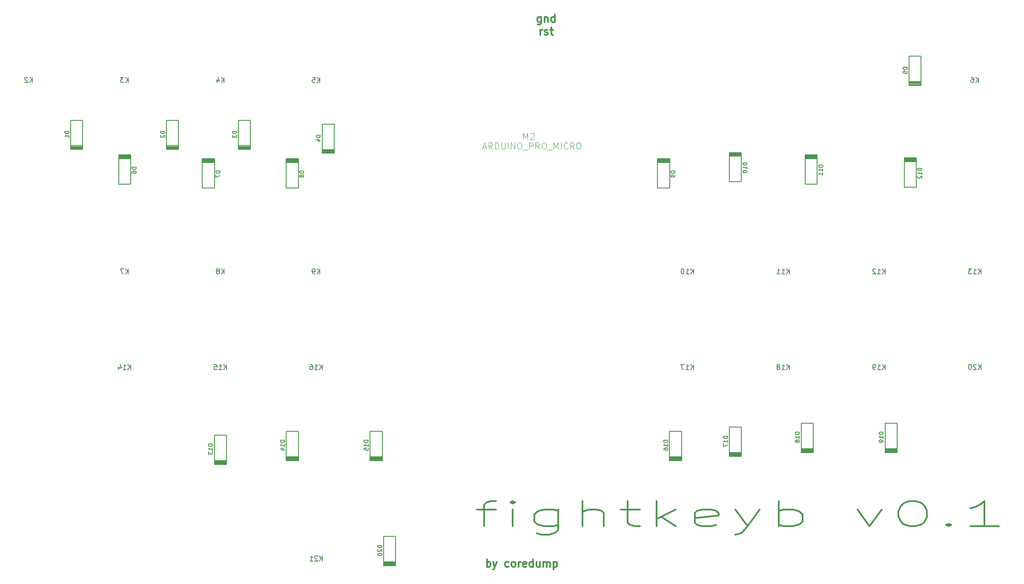
<source format=gbo>
G04 #@! TF.GenerationSoftware,KiCad,Pcbnew,5.0.1*
G04 #@! TF.CreationDate,2018-11-29T02:11:47-05:00*
G04 #@! TF.ProjectId,fightkeyb-pcb,66696768746B6579622D7063622E6B69,rev?*
G04 #@! TF.SameCoordinates,Original*
G04 #@! TF.FileFunction,Legend,Bot*
G04 #@! TF.FilePolarity,Positive*
%FSLAX46Y46*%
G04 Gerber Fmt 4.6, Leading zero omitted, Abs format (unit mm)*
G04 Created by KiCad (PCBNEW 5.0.1) date Thu 29 Nov 2018 02:11:47 AM EST*
%MOMM*%
%LPD*%
G01*
G04 APERTURE LIST*
%ADD10C,0.300000*%
%ADD11C,0.200000*%
%ADD12C,0.101600*%
%ADD13C,0.150000*%
G04 APERTURE END LIST*
D10*
X158877142Y-28618571D02*
X158877142Y-27618571D01*
X158877142Y-27904285D02*
X158948571Y-27761428D01*
X159020000Y-27690000D01*
X159162857Y-27618571D01*
X159305714Y-27618571D01*
X159734285Y-28547142D02*
X159877142Y-28618571D01*
X160162857Y-28618571D01*
X160305714Y-28547142D01*
X160377142Y-28404285D01*
X160377142Y-28332857D01*
X160305714Y-28190000D01*
X160162857Y-28118571D01*
X159948571Y-28118571D01*
X159805714Y-28047142D01*
X159734285Y-27904285D01*
X159734285Y-27832857D01*
X159805714Y-27690000D01*
X159948571Y-27618571D01*
X160162857Y-27618571D01*
X160305714Y-27690000D01*
X160805714Y-27618571D02*
X161377142Y-27618571D01*
X161020000Y-27118571D02*
X161020000Y-28404285D01*
X161091428Y-28547142D01*
X161234285Y-28618571D01*
X161377142Y-28618571D01*
X158984285Y-25078571D02*
X158984285Y-26292857D01*
X158912857Y-26435714D01*
X158841428Y-26507142D01*
X158698571Y-26578571D01*
X158484285Y-26578571D01*
X158341428Y-26507142D01*
X158984285Y-26007142D02*
X158841428Y-26078571D01*
X158555714Y-26078571D01*
X158412857Y-26007142D01*
X158341428Y-25935714D01*
X158270000Y-25792857D01*
X158270000Y-25364285D01*
X158341428Y-25221428D01*
X158412857Y-25150000D01*
X158555714Y-25078571D01*
X158841428Y-25078571D01*
X158984285Y-25150000D01*
X159698571Y-25078571D02*
X159698571Y-26078571D01*
X159698571Y-25221428D02*
X159770000Y-25150000D01*
X159912857Y-25078571D01*
X160127142Y-25078571D01*
X160270000Y-25150000D01*
X160341428Y-25292857D01*
X160341428Y-26078571D01*
X161698571Y-26078571D02*
X161698571Y-24578571D01*
X161698571Y-26007142D02*
X161555714Y-26078571D01*
X161270000Y-26078571D01*
X161127142Y-26007142D01*
X161055714Y-25935714D01*
X160984285Y-25792857D01*
X160984285Y-25364285D01*
X161055714Y-25221428D01*
X161127142Y-25150000D01*
X161270000Y-25078571D01*
X161555714Y-25078571D01*
X161698571Y-25150000D01*
X148265428Y-134536571D02*
X148265428Y-133036571D01*
X148265428Y-133608000D02*
X148408285Y-133536571D01*
X148694000Y-133536571D01*
X148836857Y-133608000D01*
X148908285Y-133679428D01*
X148979714Y-133822285D01*
X148979714Y-134250857D01*
X148908285Y-134393714D01*
X148836857Y-134465142D01*
X148694000Y-134536571D01*
X148408285Y-134536571D01*
X148265428Y-134465142D01*
X149479714Y-133536571D02*
X149836857Y-134536571D01*
X150194000Y-133536571D02*
X149836857Y-134536571D01*
X149694000Y-134893714D01*
X149622571Y-134965142D01*
X149479714Y-135036571D01*
X152551142Y-134465142D02*
X152408285Y-134536571D01*
X152122571Y-134536571D01*
X151979714Y-134465142D01*
X151908285Y-134393714D01*
X151836857Y-134250857D01*
X151836857Y-133822285D01*
X151908285Y-133679428D01*
X151979714Y-133608000D01*
X152122571Y-133536571D01*
X152408285Y-133536571D01*
X152551142Y-133608000D01*
X153408285Y-134536571D02*
X153265428Y-134465142D01*
X153194000Y-134393714D01*
X153122571Y-134250857D01*
X153122571Y-133822285D01*
X153194000Y-133679428D01*
X153265428Y-133608000D01*
X153408285Y-133536571D01*
X153622571Y-133536571D01*
X153765428Y-133608000D01*
X153836857Y-133679428D01*
X153908285Y-133822285D01*
X153908285Y-134250857D01*
X153836857Y-134393714D01*
X153765428Y-134465142D01*
X153622571Y-134536571D01*
X153408285Y-134536571D01*
X154551142Y-134536571D02*
X154551142Y-133536571D01*
X154551142Y-133822285D02*
X154622571Y-133679428D01*
X154694000Y-133608000D01*
X154836857Y-133536571D01*
X154979714Y-133536571D01*
X156051142Y-134465142D02*
X155908285Y-134536571D01*
X155622571Y-134536571D01*
X155479714Y-134465142D01*
X155408285Y-134322285D01*
X155408285Y-133750857D01*
X155479714Y-133608000D01*
X155622571Y-133536571D01*
X155908285Y-133536571D01*
X156051142Y-133608000D01*
X156122571Y-133750857D01*
X156122571Y-133893714D01*
X155408285Y-134036571D01*
X157408285Y-134536571D02*
X157408285Y-133036571D01*
X157408285Y-134465142D02*
X157265428Y-134536571D01*
X156979714Y-134536571D01*
X156836857Y-134465142D01*
X156765428Y-134393714D01*
X156694000Y-134250857D01*
X156694000Y-133822285D01*
X156765428Y-133679428D01*
X156836857Y-133608000D01*
X156979714Y-133536571D01*
X157265428Y-133536571D01*
X157408285Y-133608000D01*
X158765428Y-133536571D02*
X158765428Y-134536571D01*
X158122571Y-133536571D02*
X158122571Y-134322285D01*
X158194000Y-134465142D01*
X158336857Y-134536571D01*
X158551142Y-134536571D01*
X158694000Y-134465142D01*
X158765428Y-134393714D01*
X159479714Y-134536571D02*
X159479714Y-133536571D01*
X159479714Y-133679428D02*
X159551142Y-133608000D01*
X159694000Y-133536571D01*
X159908285Y-133536571D01*
X160051142Y-133608000D01*
X160122571Y-133750857D01*
X160122571Y-134536571D01*
X160122571Y-133750857D02*
X160194000Y-133608000D01*
X160336857Y-133536571D01*
X160551142Y-133536571D01*
X160694000Y-133608000D01*
X160765428Y-133750857D01*
X160765428Y-134536571D01*
X161479714Y-133536571D02*
X161479714Y-135036571D01*
X161479714Y-133608000D02*
X161622571Y-133536571D01*
X161908285Y-133536571D01*
X162051142Y-133608000D01*
X162122571Y-133679428D01*
X162194000Y-133822285D01*
X162194000Y-134250857D01*
X162122571Y-134393714D01*
X162051142Y-134465142D01*
X161908285Y-134536571D01*
X161622571Y-134536571D01*
X161479714Y-134465142D01*
X146247047Y-123134571D02*
X150056571Y-123134571D01*
X147675619Y-126467904D02*
X147675619Y-122182190D01*
X148151809Y-121706000D01*
X149104190Y-121467904D01*
X150056571Y-121467904D01*
X153389904Y-126467904D02*
X153389904Y-123134571D01*
X153389904Y-121467904D02*
X152913714Y-121706000D01*
X153389904Y-121944095D01*
X153866095Y-121706000D01*
X153389904Y-121467904D01*
X153389904Y-121944095D01*
X162437523Y-123134571D02*
X162437523Y-127182190D01*
X161961333Y-127658380D01*
X161485142Y-127896476D01*
X160532761Y-128134571D01*
X159104190Y-128134571D01*
X158151809Y-127896476D01*
X162437523Y-126229809D02*
X161485142Y-126467904D01*
X159580380Y-126467904D01*
X158628000Y-126229809D01*
X158151809Y-125991714D01*
X157675619Y-125515523D01*
X157675619Y-124086952D01*
X158151809Y-123610761D01*
X158628000Y-123372666D01*
X159580380Y-123134571D01*
X161485142Y-123134571D01*
X162437523Y-123372666D01*
X167199428Y-126467904D02*
X167199428Y-121467904D01*
X171485142Y-126467904D02*
X171485142Y-123848857D01*
X171008952Y-123372666D01*
X170056571Y-123134571D01*
X168628000Y-123134571D01*
X167675619Y-123372666D01*
X167199428Y-123610761D01*
X174818476Y-123134571D02*
X178628000Y-123134571D01*
X176247047Y-121467904D02*
X176247047Y-125753619D01*
X176723238Y-126229809D01*
X177675619Y-126467904D01*
X178628000Y-126467904D01*
X181961333Y-126467904D02*
X181961333Y-121467904D01*
X182913714Y-124563142D02*
X185770857Y-126467904D01*
X185770857Y-123134571D02*
X181961333Y-125039333D01*
X193866095Y-126229809D02*
X192913714Y-126467904D01*
X191008952Y-126467904D01*
X190056571Y-126229809D01*
X189580380Y-125753619D01*
X189580380Y-123848857D01*
X190056571Y-123372666D01*
X191008952Y-123134571D01*
X192913714Y-123134571D01*
X193866095Y-123372666D01*
X194342285Y-123848857D01*
X194342285Y-124325047D01*
X189580380Y-124801238D01*
X197675619Y-123134571D02*
X200056571Y-126467904D01*
X202437523Y-123134571D02*
X200056571Y-126467904D01*
X199104190Y-127658380D01*
X198628000Y-127896476D01*
X197675619Y-128134571D01*
X206247047Y-126467904D02*
X206247047Y-121467904D01*
X206247047Y-123372666D02*
X207199428Y-123134571D01*
X209104190Y-123134571D01*
X210056571Y-123372666D01*
X210532761Y-123610761D01*
X211008952Y-124086952D01*
X211008952Y-125515523D01*
X210532761Y-125991714D01*
X210056571Y-126229809D01*
X209104190Y-126467904D01*
X207199428Y-126467904D01*
X206247047Y-126229809D01*
X221961333Y-123134571D02*
X224342285Y-126467904D01*
X226723238Y-123134571D01*
X232437523Y-121467904D02*
X233389904Y-121467904D01*
X234342285Y-121706000D01*
X234818476Y-121944095D01*
X235294666Y-122420285D01*
X235770857Y-123372666D01*
X235770857Y-124563142D01*
X235294666Y-125515523D01*
X234818476Y-125991714D01*
X234342285Y-126229809D01*
X233389904Y-126467904D01*
X232437523Y-126467904D01*
X231485142Y-126229809D01*
X231008952Y-125991714D01*
X230532761Y-125515523D01*
X230056571Y-124563142D01*
X230056571Y-123372666D01*
X230532761Y-122420285D01*
X231008952Y-121944095D01*
X231485142Y-121706000D01*
X232437523Y-121467904D01*
X240056571Y-125991714D02*
X240532761Y-126229809D01*
X240056571Y-126467904D01*
X239580380Y-126229809D01*
X240056571Y-125991714D01*
X240056571Y-126467904D01*
X250056571Y-126467904D02*
X244342285Y-126467904D01*
X247199428Y-126467904D02*
X247199428Y-121467904D01*
X246247047Y-122182190D01*
X245294666Y-122658380D01*
X244342285Y-122896476D01*
D11*
G04 #@! TO.C,D1*
X65475000Y-45631250D02*
X65475000Y-51431250D01*
X67875000Y-45631250D02*
X65475000Y-45631250D01*
X67875000Y-51431250D02*
X67875000Y-45631250D01*
X67875000Y-51356250D02*
X65475000Y-51356250D01*
X67875000Y-51231250D02*
X65475000Y-51231250D01*
X65475000Y-51456250D02*
X67875000Y-51456250D01*
X67875000Y-51056250D02*
X65475000Y-51056250D01*
X67875000Y-50881250D02*
X65475000Y-50881250D01*
X67875000Y-50706250D02*
X65475000Y-50706250D01*
G04 #@! TO.C,D2*
X86925000Y-50706250D02*
X84525000Y-50706250D01*
X86925000Y-50881250D02*
X84525000Y-50881250D01*
X86925000Y-51056250D02*
X84525000Y-51056250D01*
X84525000Y-51456250D02*
X86925000Y-51456250D01*
X86925000Y-51231250D02*
X84525000Y-51231250D01*
X86925000Y-51356250D02*
X84525000Y-51356250D01*
X86925000Y-51431250D02*
X86925000Y-45631250D01*
X86925000Y-45631250D02*
X84525000Y-45631250D01*
X84525000Y-45631250D02*
X84525000Y-51431250D01*
G04 #@! TO.C,D3*
X98812500Y-45631250D02*
X98812500Y-51431250D01*
X101212500Y-45631250D02*
X98812500Y-45631250D01*
X101212500Y-51431250D02*
X101212500Y-45631250D01*
X101212500Y-51356250D02*
X98812500Y-51356250D01*
X101212500Y-51231250D02*
X98812500Y-51231250D01*
X98812500Y-51456250D02*
X101212500Y-51456250D01*
X101212500Y-51056250D02*
X98812500Y-51056250D01*
X101212500Y-50881250D02*
X98812500Y-50881250D01*
X101212500Y-50706250D02*
X98812500Y-50706250D01*
G04 #@! TO.C,D4*
X117881250Y-51475000D02*
X115481250Y-51475000D01*
X117881250Y-51650000D02*
X115481250Y-51650000D01*
X117881250Y-51825000D02*
X115481250Y-51825000D01*
X115481250Y-52225000D02*
X117881250Y-52225000D01*
X117881250Y-52000000D02*
X115481250Y-52000000D01*
X117881250Y-52125000D02*
X115481250Y-52125000D01*
X117881250Y-52200000D02*
X117881250Y-46400000D01*
X117881250Y-46400000D02*
X115481250Y-46400000D01*
X115481250Y-46400000D02*
X115481250Y-52200000D01*
G04 #@! TO.C,D5*
X232162500Y-32918750D02*
X232162500Y-38718750D01*
X234562500Y-32918750D02*
X232162500Y-32918750D01*
X234562500Y-38718750D02*
X234562500Y-32918750D01*
X234562500Y-38643750D02*
X232162500Y-38643750D01*
X234562500Y-38518750D02*
X232162500Y-38518750D01*
X232162500Y-38743750D02*
X234562500Y-38743750D01*
X234562500Y-38343750D02*
X232162500Y-38343750D01*
X234562500Y-38168750D02*
X232162500Y-38168750D01*
X234562500Y-37993750D02*
X232162500Y-37993750D01*
G04 #@! TO.C,D6*
X77400000Y-58375000D02*
X77400000Y-52575000D01*
X75000000Y-58375000D02*
X77400000Y-58375000D01*
X75000000Y-52575000D02*
X75000000Y-58375000D01*
X75000000Y-52650000D02*
X77400000Y-52650000D01*
X75000000Y-52775000D02*
X77400000Y-52775000D01*
X77400000Y-52550000D02*
X75000000Y-52550000D01*
X75000000Y-52950000D02*
X77400000Y-52950000D01*
X75000000Y-53125000D02*
X77400000Y-53125000D01*
X75000000Y-53300000D02*
X77400000Y-53300000D01*
G04 #@! TO.C,D7*
X91668750Y-54068750D02*
X94068750Y-54068750D01*
X91668750Y-53893750D02*
X94068750Y-53893750D01*
X91668750Y-53718750D02*
X94068750Y-53718750D01*
X94068750Y-53318750D02*
X91668750Y-53318750D01*
X91668750Y-53543750D02*
X94068750Y-53543750D01*
X91668750Y-53418750D02*
X94068750Y-53418750D01*
X91668750Y-53343750D02*
X91668750Y-59143750D01*
X91668750Y-59143750D02*
X94068750Y-59143750D01*
X94068750Y-59143750D02*
X94068750Y-53343750D01*
G04 #@! TO.C,D8*
X110737500Y-59143750D02*
X110737500Y-53343750D01*
X108337500Y-59143750D02*
X110737500Y-59143750D01*
X108337500Y-53343750D02*
X108337500Y-59143750D01*
X108337500Y-53418750D02*
X110737500Y-53418750D01*
X108337500Y-53543750D02*
X110737500Y-53543750D01*
X110737500Y-53318750D02*
X108337500Y-53318750D01*
X108337500Y-53718750D02*
X110737500Y-53718750D01*
X108337500Y-53893750D02*
X110737500Y-53893750D01*
X108337500Y-54068750D02*
X110737500Y-54068750D01*
G04 #@! TO.C,D9*
X182156250Y-54068750D02*
X184556250Y-54068750D01*
X182156250Y-53893750D02*
X184556250Y-53893750D01*
X182156250Y-53718750D02*
X184556250Y-53718750D01*
X184556250Y-53318750D02*
X182156250Y-53318750D01*
X182156250Y-53543750D02*
X184556250Y-53543750D01*
X182156250Y-53418750D02*
X184556250Y-53418750D01*
X182156250Y-53343750D02*
X182156250Y-59143750D01*
X182156250Y-59143750D02*
X184556250Y-59143750D01*
X184556250Y-59143750D02*
X184556250Y-53343750D01*
G04 #@! TO.C,D10*
X198843750Y-57887500D02*
X198843750Y-52087500D01*
X196443750Y-57887500D02*
X198843750Y-57887500D01*
X196443750Y-52087500D02*
X196443750Y-57887500D01*
X196443750Y-52162500D02*
X198843750Y-52162500D01*
X196443750Y-52287500D02*
X198843750Y-52287500D01*
X198843750Y-52062500D02*
X196443750Y-52062500D01*
X196443750Y-52462500D02*
X198843750Y-52462500D01*
X196443750Y-52637500D02*
X198843750Y-52637500D01*
X196443750Y-52812500D02*
X198843750Y-52812500D01*
G04 #@! TO.C,D11*
X211525000Y-53275000D02*
X213925000Y-53275000D01*
X211525000Y-53100000D02*
X213925000Y-53100000D01*
X211525000Y-52925000D02*
X213925000Y-52925000D01*
X213925000Y-52525000D02*
X211525000Y-52525000D01*
X211525000Y-52750000D02*
X213925000Y-52750000D01*
X211525000Y-52625000D02*
X213925000Y-52625000D01*
X211525000Y-52550000D02*
X211525000Y-58350000D01*
X211525000Y-58350000D02*
X213925000Y-58350000D01*
X213925000Y-58350000D02*
X213925000Y-52550000D01*
G04 #@! TO.C,D12*
X231210000Y-53910000D02*
X233610000Y-53910000D01*
X231210000Y-53735000D02*
X233610000Y-53735000D01*
X231210000Y-53560000D02*
X233610000Y-53560000D01*
X233610000Y-53160000D02*
X231210000Y-53160000D01*
X231210000Y-53385000D02*
X233610000Y-53385000D01*
X231210000Y-53260000D02*
X233610000Y-53260000D01*
X231210000Y-53185000D02*
X231210000Y-58985000D01*
X231210000Y-58985000D02*
X233610000Y-58985000D01*
X233610000Y-58985000D02*
X233610000Y-53185000D01*
G04 #@! TO.C,D13*
X96450000Y-113387500D02*
X94050000Y-113387500D01*
X96450000Y-113562500D02*
X94050000Y-113562500D01*
X96450000Y-113737500D02*
X94050000Y-113737500D01*
X94050000Y-114137500D02*
X96450000Y-114137500D01*
X96450000Y-113912500D02*
X94050000Y-113912500D01*
X96450000Y-114037500D02*
X94050000Y-114037500D01*
X96450000Y-114112500D02*
X96450000Y-108312500D01*
X96450000Y-108312500D02*
X94050000Y-108312500D01*
X94050000Y-108312500D02*
X94050000Y-114112500D01*
G04 #@! TO.C,D14*
X108337500Y-107543750D02*
X108337500Y-113343750D01*
X110737500Y-107543750D02*
X108337500Y-107543750D01*
X110737500Y-113343750D02*
X110737500Y-107543750D01*
X110737500Y-113268750D02*
X108337500Y-113268750D01*
X110737500Y-113143750D02*
X108337500Y-113143750D01*
X108337500Y-113368750D02*
X110737500Y-113368750D01*
X110737500Y-112968750D02*
X108337500Y-112968750D01*
X110737500Y-112793750D02*
X108337500Y-112793750D01*
X110737500Y-112618750D02*
X108337500Y-112618750D01*
G04 #@! TO.C,D15*
X127406250Y-112618750D02*
X125006250Y-112618750D01*
X127406250Y-112793750D02*
X125006250Y-112793750D01*
X127406250Y-112968750D02*
X125006250Y-112968750D01*
X125006250Y-113368750D02*
X127406250Y-113368750D01*
X127406250Y-113143750D02*
X125006250Y-113143750D01*
X127406250Y-113268750D02*
X125006250Y-113268750D01*
X127406250Y-113343750D02*
X127406250Y-107543750D01*
X127406250Y-107543750D02*
X125006250Y-107543750D01*
X125006250Y-107543750D02*
X125006250Y-113343750D01*
G04 #@! TO.C,D16*
X184537500Y-107543750D02*
X184537500Y-113343750D01*
X186937500Y-107543750D02*
X184537500Y-107543750D01*
X186937500Y-113343750D02*
X186937500Y-107543750D01*
X186937500Y-113268750D02*
X184537500Y-113268750D01*
X186937500Y-113143750D02*
X184537500Y-113143750D01*
X184537500Y-113368750D02*
X186937500Y-113368750D01*
X186937500Y-112968750D02*
X184537500Y-112968750D01*
X186937500Y-112793750D02*
X184537500Y-112793750D01*
X186937500Y-112618750D02*
X184537500Y-112618750D01*
G04 #@! TO.C,D17*
X198843750Y-111812500D02*
X196443750Y-111812500D01*
X198843750Y-111987500D02*
X196443750Y-111987500D01*
X198843750Y-112162500D02*
X196443750Y-112162500D01*
X196443750Y-112562500D02*
X198843750Y-112562500D01*
X198843750Y-112337500D02*
X196443750Y-112337500D01*
X198843750Y-112462500D02*
X196443750Y-112462500D01*
X198843750Y-112537500D02*
X198843750Y-106737500D01*
X198843750Y-106737500D02*
X196443750Y-106737500D01*
X196443750Y-106737500D02*
X196443750Y-112537500D01*
G04 #@! TO.C,D18*
X210731250Y-105931250D02*
X210731250Y-111731250D01*
X213131250Y-105931250D02*
X210731250Y-105931250D01*
X213131250Y-111731250D02*
X213131250Y-105931250D01*
X213131250Y-111656250D02*
X210731250Y-111656250D01*
X213131250Y-111531250D02*
X210731250Y-111531250D01*
X210731250Y-111756250D02*
X213131250Y-111756250D01*
X213131250Y-111356250D02*
X210731250Y-111356250D01*
X213131250Y-111181250D02*
X210731250Y-111181250D01*
X213131250Y-111006250D02*
X210731250Y-111006250D01*
G04 #@! TO.C,D19*
X229800000Y-111006250D02*
X227400000Y-111006250D01*
X229800000Y-111181250D02*
X227400000Y-111181250D01*
X229800000Y-111356250D02*
X227400000Y-111356250D01*
X227400000Y-111756250D02*
X229800000Y-111756250D01*
X229800000Y-111531250D02*
X227400000Y-111531250D01*
X229800000Y-111656250D02*
X227400000Y-111656250D01*
X229800000Y-111731250D02*
X229800000Y-105931250D01*
X229800000Y-105931250D02*
X227400000Y-105931250D01*
X227400000Y-105931250D02*
X227400000Y-111731250D01*
G04 #@! TO.C,D20*
X127705000Y-128485000D02*
X127705000Y-134285000D01*
X130105000Y-128485000D02*
X127705000Y-128485000D01*
X130105000Y-134285000D02*
X130105000Y-128485000D01*
X130105000Y-134210000D02*
X127705000Y-134210000D01*
X130105000Y-134085000D02*
X127705000Y-134085000D01*
X127705000Y-134310000D02*
X130105000Y-134310000D01*
X130105000Y-133910000D02*
X127705000Y-133910000D01*
X130105000Y-133735000D02*
X127705000Y-133735000D01*
X130105000Y-133560000D02*
X127705000Y-133560000D01*
G04 #@! TO.C,M2*
D12*
X155499404Y-49469523D02*
X155499404Y-48199523D01*
X155922738Y-49106666D01*
X156346071Y-48199523D01*
X156346071Y-49469523D01*
X156890357Y-48320476D02*
X156950833Y-48260000D01*
X157071785Y-48199523D01*
X157374166Y-48199523D01*
X157495119Y-48260000D01*
X157555595Y-48320476D01*
X157616071Y-48441428D01*
X157616071Y-48562380D01*
X157555595Y-48743809D01*
X156829880Y-49469523D01*
X157616071Y-49469523D01*
X147425833Y-51011666D02*
X148030595Y-51011666D01*
X147304880Y-51374523D02*
X147728214Y-50104523D01*
X148151547Y-51374523D01*
X149300595Y-51374523D02*
X148877261Y-50769761D01*
X148574880Y-51374523D02*
X148574880Y-50104523D01*
X149058690Y-50104523D01*
X149179642Y-50165000D01*
X149240119Y-50225476D01*
X149300595Y-50346428D01*
X149300595Y-50527857D01*
X149240119Y-50648809D01*
X149179642Y-50709285D01*
X149058690Y-50769761D01*
X148574880Y-50769761D01*
X149844880Y-51374523D02*
X149844880Y-50104523D01*
X150147261Y-50104523D01*
X150328690Y-50165000D01*
X150449642Y-50285952D01*
X150510119Y-50406904D01*
X150570595Y-50648809D01*
X150570595Y-50830238D01*
X150510119Y-51072142D01*
X150449642Y-51193095D01*
X150328690Y-51314047D01*
X150147261Y-51374523D01*
X149844880Y-51374523D01*
X151114880Y-50104523D02*
X151114880Y-51132619D01*
X151175357Y-51253571D01*
X151235833Y-51314047D01*
X151356785Y-51374523D01*
X151598690Y-51374523D01*
X151719642Y-51314047D01*
X151780119Y-51253571D01*
X151840595Y-51132619D01*
X151840595Y-50104523D01*
X152445357Y-51374523D02*
X152445357Y-50104523D01*
X153050119Y-51374523D02*
X153050119Y-50104523D01*
X153775833Y-51374523D01*
X153775833Y-50104523D01*
X154622500Y-50104523D02*
X154864404Y-50104523D01*
X154985357Y-50165000D01*
X155106309Y-50285952D01*
X155166785Y-50527857D01*
X155166785Y-50951190D01*
X155106309Y-51193095D01*
X154985357Y-51314047D01*
X154864404Y-51374523D01*
X154622500Y-51374523D01*
X154501547Y-51314047D01*
X154380595Y-51193095D01*
X154320119Y-50951190D01*
X154320119Y-50527857D01*
X154380595Y-50285952D01*
X154501547Y-50165000D01*
X154622500Y-50104523D01*
X155408690Y-51495476D02*
X156376309Y-51495476D01*
X156678690Y-51374523D02*
X156678690Y-50104523D01*
X157162500Y-50104523D01*
X157283452Y-50165000D01*
X157343928Y-50225476D01*
X157404404Y-50346428D01*
X157404404Y-50527857D01*
X157343928Y-50648809D01*
X157283452Y-50709285D01*
X157162500Y-50769761D01*
X156678690Y-50769761D01*
X158674404Y-51374523D02*
X158251071Y-50769761D01*
X157948690Y-51374523D02*
X157948690Y-50104523D01*
X158432500Y-50104523D01*
X158553452Y-50165000D01*
X158613928Y-50225476D01*
X158674404Y-50346428D01*
X158674404Y-50527857D01*
X158613928Y-50648809D01*
X158553452Y-50709285D01*
X158432500Y-50769761D01*
X157948690Y-50769761D01*
X159460595Y-50104523D02*
X159702500Y-50104523D01*
X159823452Y-50165000D01*
X159944404Y-50285952D01*
X160004880Y-50527857D01*
X160004880Y-50951190D01*
X159944404Y-51193095D01*
X159823452Y-51314047D01*
X159702500Y-51374523D01*
X159460595Y-51374523D01*
X159339642Y-51314047D01*
X159218690Y-51193095D01*
X159158214Y-50951190D01*
X159158214Y-50527857D01*
X159218690Y-50285952D01*
X159339642Y-50165000D01*
X159460595Y-50104523D01*
X160246785Y-51495476D02*
X161214404Y-51495476D01*
X161516785Y-51374523D02*
X161516785Y-50104523D01*
X161940119Y-51011666D01*
X162363452Y-50104523D01*
X162363452Y-51374523D01*
X162968214Y-51374523D02*
X162968214Y-50104523D01*
X164298690Y-51253571D02*
X164238214Y-51314047D01*
X164056785Y-51374523D01*
X163935833Y-51374523D01*
X163754404Y-51314047D01*
X163633452Y-51193095D01*
X163572976Y-51072142D01*
X163512500Y-50830238D01*
X163512500Y-50648809D01*
X163572976Y-50406904D01*
X163633452Y-50285952D01*
X163754404Y-50165000D01*
X163935833Y-50104523D01*
X164056785Y-50104523D01*
X164238214Y-50165000D01*
X164298690Y-50225476D01*
X165568690Y-51374523D02*
X165145357Y-50769761D01*
X164842976Y-51374523D02*
X164842976Y-50104523D01*
X165326785Y-50104523D01*
X165447738Y-50165000D01*
X165508214Y-50225476D01*
X165568690Y-50346428D01*
X165568690Y-50527857D01*
X165508214Y-50648809D01*
X165447738Y-50709285D01*
X165326785Y-50769761D01*
X164842976Y-50769761D01*
X166354880Y-50104523D02*
X166596785Y-50104523D01*
X166717738Y-50165000D01*
X166838690Y-50285952D01*
X166899166Y-50527857D01*
X166899166Y-50951190D01*
X166838690Y-51193095D01*
X166717738Y-51314047D01*
X166596785Y-51374523D01*
X166354880Y-51374523D01*
X166233928Y-51314047D01*
X166112976Y-51193095D01*
X166052500Y-50951190D01*
X166052500Y-50527857D01*
X166112976Y-50285952D01*
X166233928Y-50165000D01*
X166354880Y-50104523D01*
G04 #@! TO.C,D1*
D13*
X65111904Y-47840773D02*
X64311904Y-47840773D01*
X64311904Y-48031250D01*
X64350000Y-48145535D01*
X64426190Y-48221726D01*
X64502380Y-48259821D01*
X64654761Y-48297916D01*
X64769047Y-48297916D01*
X64921428Y-48259821D01*
X64997619Y-48221726D01*
X65073809Y-48145535D01*
X65111904Y-48031250D01*
X65111904Y-47840773D01*
X65111904Y-49059821D02*
X65111904Y-48602678D01*
X65111904Y-48831250D02*
X64311904Y-48831250D01*
X64426190Y-48755059D01*
X64502380Y-48678869D01*
X64540476Y-48602678D01*
G04 #@! TO.C,D2*
X84161904Y-47840773D02*
X83361904Y-47840773D01*
X83361904Y-48031250D01*
X83400000Y-48145535D01*
X83476190Y-48221726D01*
X83552380Y-48259821D01*
X83704761Y-48297916D01*
X83819047Y-48297916D01*
X83971428Y-48259821D01*
X84047619Y-48221726D01*
X84123809Y-48145535D01*
X84161904Y-48031250D01*
X84161904Y-47840773D01*
X83438095Y-48602678D02*
X83400000Y-48640773D01*
X83361904Y-48716964D01*
X83361904Y-48907440D01*
X83400000Y-48983630D01*
X83438095Y-49021726D01*
X83514285Y-49059821D01*
X83590476Y-49059821D01*
X83704761Y-49021726D01*
X84161904Y-48564583D01*
X84161904Y-49059821D01*
G04 #@! TO.C,D3*
X98449404Y-47840773D02*
X97649404Y-47840773D01*
X97649404Y-48031250D01*
X97687500Y-48145535D01*
X97763690Y-48221726D01*
X97839880Y-48259821D01*
X97992261Y-48297916D01*
X98106547Y-48297916D01*
X98258928Y-48259821D01*
X98335119Y-48221726D01*
X98411309Y-48145535D01*
X98449404Y-48031250D01*
X98449404Y-47840773D01*
X97649404Y-48564583D02*
X97649404Y-49059821D01*
X97954166Y-48793154D01*
X97954166Y-48907440D01*
X97992261Y-48983630D01*
X98030357Y-49021726D01*
X98106547Y-49059821D01*
X98297023Y-49059821D01*
X98373214Y-49021726D01*
X98411309Y-48983630D01*
X98449404Y-48907440D01*
X98449404Y-48678869D01*
X98411309Y-48602678D01*
X98373214Y-48564583D01*
G04 #@! TO.C,D4*
X115118154Y-48609523D02*
X114318154Y-48609523D01*
X114318154Y-48800000D01*
X114356250Y-48914285D01*
X114432440Y-48990476D01*
X114508630Y-49028571D01*
X114661011Y-49066666D01*
X114775297Y-49066666D01*
X114927678Y-49028571D01*
X115003869Y-48990476D01*
X115080059Y-48914285D01*
X115118154Y-48800000D01*
X115118154Y-48609523D01*
X114584821Y-49752380D02*
X115118154Y-49752380D01*
X114280059Y-49561904D02*
X114851488Y-49371428D01*
X114851488Y-49866666D01*
G04 #@! TO.C,D5*
X231799404Y-35128273D02*
X230999404Y-35128273D01*
X230999404Y-35318750D01*
X231037500Y-35433035D01*
X231113690Y-35509226D01*
X231189880Y-35547321D01*
X231342261Y-35585416D01*
X231456547Y-35585416D01*
X231608928Y-35547321D01*
X231685119Y-35509226D01*
X231761309Y-35433035D01*
X231799404Y-35318750D01*
X231799404Y-35128273D01*
X230999404Y-36309226D02*
X230999404Y-35928273D01*
X231380357Y-35890178D01*
X231342261Y-35928273D01*
X231304166Y-36004464D01*
X231304166Y-36194940D01*
X231342261Y-36271130D01*
X231380357Y-36309226D01*
X231456547Y-36347321D01*
X231647023Y-36347321D01*
X231723214Y-36309226D01*
X231761309Y-36271130D01*
X231799404Y-36194940D01*
X231799404Y-36004464D01*
X231761309Y-35928273D01*
X231723214Y-35890178D01*
G04 #@! TO.C,D6*
X78486904Y-54984523D02*
X77686904Y-54984523D01*
X77686904Y-55175000D01*
X77725000Y-55289285D01*
X77801190Y-55365476D01*
X77877380Y-55403571D01*
X78029761Y-55441666D01*
X78144047Y-55441666D01*
X78296428Y-55403571D01*
X78372619Y-55365476D01*
X78448809Y-55289285D01*
X78486904Y-55175000D01*
X78486904Y-54984523D01*
X77686904Y-56127380D02*
X77686904Y-55975000D01*
X77725000Y-55898809D01*
X77763095Y-55860714D01*
X77877380Y-55784523D01*
X78029761Y-55746428D01*
X78334523Y-55746428D01*
X78410714Y-55784523D01*
X78448809Y-55822619D01*
X78486904Y-55898809D01*
X78486904Y-56051190D01*
X78448809Y-56127380D01*
X78410714Y-56165476D01*
X78334523Y-56203571D01*
X78144047Y-56203571D01*
X78067857Y-56165476D01*
X78029761Y-56127380D01*
X77991666Y-56051190D01*
X77991666Y-55898809D01*
X78029761Y-55822619D01*
X78067857Y-55784523D01*
X78144047Y-55746428D01*
G04 #@! TO.C,D7*
X95155654Y-55753273D02*
X94355654Y-55753273D01*
X94355654Y-55943750D01*
X94393750Y-56058035D01*
X94469940Y-56134226D01*
X94546130Y-56172321D01*
X94698511Y-56210416D01*
X94812797Y-56210416D01*
X94965178Y-56172321D01*
X95041369Y-56134226D01*
X95117559Y-56058035D01*
X95155654Y-55943750D01*
X95155654Y-55753273D01*
X94355654Y-56477083D02*
X94355654Y-57010416D01*
X95155654Y-56667559D01*
G04 #@! TO.C,D8*
X111824404Y-55753273D02*
X111024404Y-55753273D01*
X111024404Y-55943750D01*
X111062500Y-56058035D01*
X111138690Y-56134226D01*
X111214880Y-56172321D01*
X111367261Y-56210416D01*
X111481547Y-56210416D01*
X111633928Y-56172321D01*
X111710119Y-56134226D01*
X111786309Y-56058035D01*
X111824404Y-55943750D01*
X111824404Y-55753273D01*
X111367261Y-56667559D02*
X111329166Y-56591369D01*
X111291071Y-56553273D01*
X111214880Y-56515178D01*
X111176785Y-56515178D01*
X111100595Y-56553273D01*
X111062500Y-56591369D01*
X111024404Y-56667559D01*
X111024404Y-56819940D01*
X111062500Y-56896130D01*
X111100595Y-56934226D01*
X111176785Y-56972321D01*
X111214880Y-56972321D01*
X111291071Y-56934226D01*
X111329166Y-56896130D01*
X111367261Y-56819940D01*
X111367261Y-56667559D01*
X111405357Y-56591369D01*
X111443452Y-56553273D01*
X111519642Y-56515178D01*
X111672023Y-56515178D01*
X111748214Y-56553273D01*
X111786309Y-56591369D01*
X111824404Y-56667559D01*
X111824404Y-56819940D01*
X111786309Y-56896130D01*
X111748214Y-56934226D01*
X111672023Y-56972321D01*
X111519642Y-56972321D01*
X111443452Y-56934226D01*
X111405357Y-56896130D01*
X111367261Y-56819940D01*
G04 #@! TO.C,D9*
X185643154Y-55753273D02*
X184843154Y-55753273D01*
X184843154Y-55943750D01*
X184881250Y-56058035D01*
X184957440Y-56134226D01*
X185033630Y-56172321D01*
X185186011Y-56210416D01*
X185300297Y-56210416D01*
X185452678Y-56172321D01*
X185528869Y-56134226D01*
X185605059Y-56058035D01*
X185643154Y-55943750D01*
X185643154Y-55753273D01*
X185643154Y-56591369D02*
X185643154Y-56743750D01*
X185605059Y-56819940D01*
X185566964Y-56858035D01*
X185452678Y-56934226D01*
X185300297Y-56972321D01*
X184995535Y-56972321D01*
X184919345Y-56934226D01*
X184881250Y-56896130D01*
X184843154Y-56819940D01*
X184843154Y-56667559D01*
X184881250Y-56591369D01*
X184919345Y-56553273D01*
X184995535Y-56515178D01*
X185186011Y-56515178D01*
X185262202Y-56553273D01*
X185300297Y-56591369D01*
X185338392Y-56667559D01*
X185338392Y-56819940D01*
X185300297Y-56896130D01*
X185262202Y-56934226D01*
X185186011Y-56972321D01*
G04 #@! TO.C,D10*
X199930654Y-54116071D02*
X199130654Y-54116071D01*
X199130654Y-54306547D01*
X199168750Y-54420833D01*
X199244940Y-54497023D01*
X199321130Y-54535119D01*
X199473511Y-54573214D01*
X199587797Y-54573214D01*
X199740178Y-54535119D01*
X199816369Y-54497023D01*
X199892559Y-54420833D01*
X199930654Y-54306547D01*
X199930654Y-54116071D01*
X199930654Y-55335119D02*
X199930654Y-54877976D01*
X199930654Y-55106547D02*
X199130654Y-55106547D01*
X199244940Y-55030357D01*
X199321130Y-54954166D01*
X199359226Y-54877976D01*
X199130654Y-55830357D02*
X199130654Y-55906547D01*
X199168750Y-55982738D01*
X199206845Y-56020833D01*
X199283035Y-56058928D01*
X199435416Y-56097023D01*
X199625892Y-56097023D01*
X199778273Y-56058928D01*
X199854464Y-56020833D01*
X199892559Y-55982738D01*
X199930654Y-55906547D01*
X199930654Y-55830357D01*
X199892559Y-55754166D01*
X199854464Y-55716071D01*
X199778273Y-55677976D01*
X199625892Y-55639880D01*
X199435416Y-55639880D01*
X199283035Y-55677976D01*
X199206845Y-55716071D01*
X199168750Y-55754166D01*
X199130654Y-55830357D01*
G04 #@! TO.C,D11*
X215011904Y-54578571D02*
X214211904Y-54578571D01*
X214211904Y-54769047D01*
X214250000Y-54883333D01*
X214326190Y-54959523D01*
X214402380Y-54997619D01*
X214554761Y-55035714D01*
X214669047Y-55035714D01*
X214821428Y-54997619D01*
X214897619Y-54959523D01*
X214973809Y-54883333D01*
X215011904Y-54769047D01*
X215011904Y-54578571D01*
X215011904Y-55797619D02*
X215011904Y-55340476D01*
X215011904Y-55569047D02*
X214211904Y-55569047D01*
X214326190Y-55492857D01*
X214402380Y-55416666D01*
X214440476Y-55340476D01*
X215011904Y-56559523D02*
X215011904Y-56102380D01*
X215011904Y-56330952D02*
X214211904Y-56330952D01*
X214326190Y-56254761D01*
X214402380Y-56178571D01*
X214440476Y-56102380D01*
G04 #@! TO.C,D12*
X234696904Y-55213571D02*
X233896904Y-55213571D01*
X233896904Y-55404047D01*
X233935000Y-55518333D01*
X234011190Y-55594523D01*
X234087380Y-55632619D01*
X234239761Y-55670714D01*
X234354047Y-55670714D01*
X234506428Y-55632619D01*
X234582619Y-55594523D01*
X234658809Y-55518333D01*
X234696904Y-55404047D01*
X234696904Y-55213571D01*
X234696904Y-56432619D02*
X234696904Y-55975476D01*
X234696904Y-56204047D02*
X233896904Y-56204047D01*
X234011190Y-56127857D01*
X234087380Y-56051666D01*
X234125476Y-55975476D01*
X233973095Y-56737380D02*
X233935000Y-56775476D01*
X233896904Y-56851666D01*
X233896904Y-57042142D01*
X233935000Y-57118333D01*
X233973095Y-57156428D01*
X234049285Y-57194523D01*
X234125476Y-57194523D01*
X234239761Y-57156428D01*
X234696904Y-56699285D01*
X234696904Y-57194523D01*
G04 #@! TO.C,D13*
X93686904Y-110141071D02*
X92886904Y-110141071D01*
X92886904Y-110331547D01*
X92925000Y-110445833D01*
X93001190Y-110522023D01*
X93077380Y-110560119D01*
X93229761Y-110598214D01*
X93344047Y-110598214D01*
X93496428Y-110560119D01*
X93572619Y-110522023D01*
X93648809Y-110445833D01*
X93686904Y-110331547D01*
X93686904Y-110141071D01*
X93686904Y-111360119D02*
X93686904Y-110902976D01*
X93686904Y-111131547D02*
X92886904Y-111131547D01*
X93001190Y-111055357D01*
X93077380Y-110979166D01*
X93115476Y-110902976D01*
X92886904Y-111626785D02*
X92886904Y-112122023D01*
X93191666Y-111855357D01*
X93191666Y-111969642D01*
X93229761Y-112045833D01*
X93267857Y-112083928D01*
X93344047Y-112122023D01*
X93534523Y-112122023D01*
X93610714Y-112083928D01*
X93648809Y-112045833D01*
X93686904Y-111969642D01*
X93686904Y-111741071D01*
X93648809Y-111664880D01*
X93610714Y-111626785D01*
G04 #@! TO.C,D14*
X107974404Y-109372321D02*
X107174404Y-109372321D01*
X107174404Y-109562797D01*
X107212500Y-109677083D01*
X107288690Y-109753273D01*
X107364880Y-109791369D01*
X107517261Y-109829464D01*
X107631547Y-109829464D01*
X107783928Y-109791369D01*
X107860119Y-109753273D01*
X107936309Y-109677083D01*
X107974404Y-109562797D01*
X107974404Y-109372321D01*
X107974404Y-110591369D02*
X107974404Y-110134226D01*
X107974404Y-110362797D02*
X107174404Y-110362797D01*
X107288690Y-110286607D01*
X107364880Y-110210416D01*
X107402976Y-110134226D01*
X107441071Y-111277083D02*
X107974404Y-111277083D01*
X107136309Y-111086607D02*
X107707738Y-110896130D01*
X107707738Y-111391369D01*
G04 #@! TO.C,D15*
X124643154Y-109372321D02*
X123843154Y-109372321D01*
X123843154Y-109562797D01*
X123881250Y-109677083D01*
X123957440Y-109753273D01*
X124033630Y-109791369D01*
X124186011Y-109829464D01*
X124300297Y-109829464D01*
X124452678Y-109791369D01*
X124528869Y-109753273D01*
X124605059Y-109677083D01*
X124643154Y-109562797D01*
X124643154Y-109372321D01*
X124643154Y-110591369D02*
X124643154Y-110134226D01*
X124643154Y-110362797D02*
X123843154Y-110362797D01*
X123957440Y-110286607D01*
X124033630Y-110210416D01*
X124071726Y-110134226D01*
X123843154Y-111315178D02*
X123843154Y-110934226D01*
X124224107Y-110896130D01*
X124186011Y-110934226D01*
X124147916Y-111010416D01*
X124147916Y-111200892D01*
X124186011Y-111277083D01*
X124224107Y-111315178D01*
X124300297Y-111353273D01*
X124490773Y-111353273D01*
X124566964Y-111315178D01*
X124605059Y-111277083D01*
X124643154Y-111200892D01*
X124643154Y-111010416D01*
X124605059Y-110934226D01*
X124566964Y-110896130D01*
G04 #@! TO.C,D16*
X184174404Y-109372321D02*
X183374404Y-109372321D01*
X183374404Y-109562797D01*
X183412500Y-109677083D01*
X183488690Y-109753273D01*
X183564880Y-109791369D01*
X183717261Y-109829464D01*
X183831547Y-109829464D01*
X183983928Y-109791369D01*
X184060119Y-109753273D01*
X184136309Y-109677083D01*
X184174404Y-109562797D01*
X184174404Y-109372321D01*
X184174404Y-110591369D02*
X184174404Y-110134226D01*
X184174404Y-110362797D02*
X183374404Y-110362797D01*
X183488690Y-110286607D01*
X183564880Y-110210416D01*
X183602976Y-110134226D01*
X183374404Y-111277083D02*
X183374404Y-111124702D01*
X183412500Y-111048511D01*
X183450595Y-111010416D01*
X183564880Y-110934226D01*
X183717261Y-110896130D01*
X184022023Y-110896130D01*
X184098214Y-110934226D01*
X184136309Y-110972321D01*
X184174404Y-111048511D01*
X184174404Y-111200892D01*
X184136309Y-111277083D01*
X184098214Y-111315178D01*
X184022023Y-111353273D01*
X183831547Y-111353273D01*
X183755357Y-111315178D01*
X183717261Y-111277083D01*
X183679166Y-111200892D01*
X183679166Y-111048511D01*
X183717261Y-110972321D01*
X183755357Y-110934226D01*
X183831547Y-110896130D01*
G04 #@! TO.C,D17*
X196080654Y-108566071D02*
X195280654Y-108566071D01*
X195280654Y-108756547D01*
X195318750Y-108870833D01*
X195394940Y-108947023D01*
X195471130Y-108985119D01*
X195623511Y-109023214D01*
X195737797Y-109023214D01*
X195890178Y-108985119D01*
X195966369Y-108947023D01*
X196042559Y-108870833D01*
X196080654Y-108756547D01*
X196080654Y-108566071D01*
X196080654Y-109785119D02*
X196080654Y-109327976D01*
X196080654Y-109556547D02*
X195280654Y-109556547D01*
X195394940Y-109480357D01*
X195471130Y-109404166D01*
X195509226Y-109327976D01*
X195280654Y-110051785D02*
X195280654Y-110585119D01*
X196080654Y-110242261D01*
G04 #@! TO.C,D18*
X210368154Y-107759821D02*
X209568154Y-107759821D01*
X209568154Y-107950297D01*
X209606250Y-108064583D01*
X209682440Y-108140773D01*
X209758630Y-108178869D01*
X209911011Y-108216964D01*
X210025297Y-108216964D01*
X210177678Y-108178869D01*
X210253869Y-108140773D01*
X210330059Y-108064583D01*
X210368154Y-107950297D01*
X210368154Y-107759821D01*
X210368154Y-108978869D02*
X210368154Y-108521726D01*
X210368154Y-108750297D02*
X209568154Y-108750297D01*
X209682440Y-108674107D01*
X209758630Y-108597916D01*
X209796726Y-108521726D01*
X209911011Y-109436011D02*
X209872916Y-109359821D01*
X209834821Y-109321726D01*
X209758630Y-109283630D01*
X209720535Y-109283630D01*
X209644345Y-109321726D01*
X209606250Y-109359821D01*
X209568154Y-109436011D01*
X209568154Y-109588392D01*
X209606250Y-109664583D01*
X209644345Y-109702678D01*
X209720535Y-109740773D01*
X209758630Y-109740773D01*
X209834821Y-109702678D01*
X209872916Y-109664583D01*
X209911011Y-109588392D01*
X209911011Y-109436011D01*
X209949107Y-109359821D01*
X209987202Y-109321726D01*
X210063392Y-109283630D01*
X210215773Y-109283630D01*
X210291964Y-109321726D01*
X210330059Y-109359821D01*
X210368154Y-109436011D01*
X210368154Y-109588392D01*
X210330059Y-109664583D01*
X210291964Y-109702678D01*
X210215773Y-109740773D01*
X210063392Y-109740773D01*
X209987202Y-109702678D01*
X209949107Y-109664583D01*
X209911011Y-109588392D01*
G04 #@! TO.C,D19*
X227036904Y-107759821D02*
X226236904Y-107759821D01*
X226236904Y-107950297D01*
X226275000Y-108064583D01*
X226351190Y-108140773D01*
X226427380Y-108178869D01*
X226579761Y-108216964D01*
X226694047Y-108216964D01*
X226846428Y-108178869D01*
X226922619Y-108140773D01*
X226998809Y-108064583D01*
X227036904Y-107950297D01*
X227036904Y-107759821D01*
X227036904Y-108978869D02*
X227036904Y-108521726D01*
X227036904Y-108750297D02*
X226236904Y-108750297D01*
X226351190Y-108674107D01*
X226427380Y-108597916D01*
X226465476Y-108521726D01*
X227036904Y-109359821D02*
X227036904Y-109512202D01*
X226998809Y-109588392D01*
X226960714Y-109626488D01*
X226846428Y-109702678D01*
X226694047Y-109740773D01*
X226389285Y-109740773D01*
X226313095Y-109702678D01*
X226275000Y-109664583D01*
X226236904Y-109588392D01*
X226236904Y-109436011D01*
X226275000Y-109359821D01*
X226313095Y-109321726D01*
X226389285Y-109283630D01*
X226579761Y-109283630D01*
X226655952Y-109321726D01*
X226694047Y-109359821D01*
X226732142Y-109436011D01*
X226732142Y-109588392D01*
X226694047Y-109664583D01*
X226655952Y-109702678D01*
X226579761Y-109740773D01*
G04 #@! TO.C,D20*
X127341904Y-130313571D02*
X126541904Y-130313571D01*
X126541904Y-130504047D01*
X126580000Y-130618333D01*
X126656190Y-130694523D01*
X126732380Y-130732619D01*
X126884761Y-130770714D01*
X126999047Y-130770714D01*
X127151428Y-130732619D01*
X127227619Y-130694523D01*
X127303809Y-130618333D01*
X127341904Y-130504047D01*
X127341904Y-130313571D01*
X126618095Y-131075476D02*
X126580000Y-131113571D01*
X126541904Y-131189761D01*
X126541904Y-131380238D01*
X126580000Y-131456428D01*
X126618095Y-131494523D01*
X126694285Y-131532619D01*
X126770476Y-131532619D01*
X126884761Y-131494523D01*
X127341904Y-131037380D01*
X127341904Y-131532619D01*
X126541904Y-132027857D02*
X126541904Y-132104047D01*
X126580000Y-132180238D01*
X126618095Y-132218333D01*
X126694285Y-132256428D01*
X126846666Y-132294523D01*
X127037142Y-132294523D01*
X127189523Y-132256428D01*
X127265714Y-132218333D01*
X127303809Y-132180238D01*
X127341904Y-132104047D01*
X127341904Y-132027857D01*
X127303809Y-131951666D01*
X127265714Y-131913571D01*
X127189523Y-131875476D01*
X127037142Y-131837380D01*
X126846666Y-131837380D01*
X126694285Y-131875476D01*
X126618095Y-131913571D01*
X126580000Y-131951666D01*
X126541904Y-132027857D01*
G04 #@! TO.C,K2*
D11*
X57888095Y-38107880D02*
X57888095Y-37107880D01*
X57316666Y-38107880D02*
X57745238Y-37536452D01*
X57316666Y-37107880D02*
X57888095Y-37679309D01*
X56935714Y-37203119D02*
X56888095Y-37155500D01*
X56792857Y-37107880D01*
X56554761Y-37107880D01*
X56459523Y-37155500D01*
X56411904Y-37203119D01*
X56364285Y-37298357D01*
X56364285Y-37393595D01*
X56411904Y-37536452D01*
X56983333Y-38107880D01*
X56364285Y-38107880D01*
G04 #@! TO.C,K3*
X76938095Y-38107880D02*
X76938095Y-37107880D01*
X76366666Y-38107880D02*
X76795238Y-37536452D01*
X76366666Y-37107880D02*
X76938095Y-37679309D01*
X76033333Y-37107880D02*
X75414285Y-37107880D01*
X75747619Y-37488833D01*
X75604761Y-37488833D01*
X75509523Y-37536452D01*
X75461904Y-37584071D01*
X75414285Y-37679309D01*
X75414285Y-37917404D01*
X75461904Y-38012642D01*
X75509523Y-38060261D01*
X75604761Y-38107880D01*
X75890476Y-38107880D01*
X75985714Y-38060261D01*
X76033333Y-38012642D01*
G04 #@! TO.C,K4*
X95988095Y-38107880D02*
X95988095Y-37107880D01*
X95416666Y-38107880D02*
X95845238Y-37536452D01*
X95416666Y-37107880D02*
X95988095Y-37679309D01*
X94559523Y-37441214D02*
X94559523Y-38107880D01*
X94797619Y-37060261D02*
X95035714Y-37774547D01*
X94416666Y-37774547D01*
G04 #@! TO.C,K5*
X115038095Y-38107880D02*
X115038095Y-37107880D01*
X114466666Y-38107880D02*
X114895238Y-37536452D01*
X114466666Y-37107880D02*
X115038095Y-37679309D01*
X113561904Y-37107880D02*
X114038095Y-37107880D01*
X114085714Y-37584071D01*
X114038095Y-37536452D01*
X113942857Y-37488833D01*
X113704761Y-37488833D01*
X113609523Y-37536452D01*
X113561904Y-37584071D01*
X113514285Y-37679309D01*
X113514285Y-37917404D01*
X113561904Y-38012642D01*
X113609523Y-38060261D01*
X113704761Y-38107880D01*
X113942857Y-38107880D01*
X114038095Y-38060261D01*
X114085714Y-38012642D01*
G04 #@! TO.C,K6*
X246006845Y-38107880D02*
X246006845Y-37107880D01*
X245435416Y-38107880D02*
X245863988Y-37536452D01*
X245435416Y-37107880D02*
X246006845Y-37679309D01*
X244578273Y-37107880D02*
X244768750Y-37107880D01*
X244863988Y-37155500D01*
X244911607Y-37203119D01*
X245006845Y-37345976D01*
X245054464Y-37536452D01*
X245054464Y-37917404D01*
X245006845Y-38012642D01*
X244959226Y-38060261D01*
X244863988Y-38107880D01*
X244673511Y-38107880D01*
X244578273Y-38060261D01*
X244530654Y-38012642D01*
X244483035Y-37917404D01*
X244483035Y-37679309D01*
X244530654Y-37584071D01*
X244578273Y-37536452D01*
X244673511Y-37488833D01*
X244863988Y-37488833D01*
X244959226Y-37536452D01*
X245006845Y-37584071D01*
X245054464Y-37679309D01*
G04 #@! TO.C,K7*
X76938095Y-76207880D02*
X76938095Y-75207880D01*
X76366666Y-76207880D02*
X76795238Y-75636452D01*
X76366666Y-75207880D02*
X76938095Y-75779309D01*
X76033333Y-75207880D02*
X75366666Y-75207880D01*
X75795238Y-76207880D01*
G04 #@! TO.C,K8*
X95988095Y-76207880D02*
X95988095Y-75207880D01*
X95416666Y-76207880D02*
X95845238Y-75636452D01*
X95416666Y-75207880D02*
X95988095Y-75779309D01*
X94845238Y-75636452D02*
X94940476Y-75588833D01*
X94988095Y-75541214D01*
X95035714Y-75445976D01*
X95035714Y-75398357D01*
X94988095Y-75303119D01*
X94940476Y-75255500D01*
X94845238Y-75207880D01*
X94654761Y-75207880D01*
X94559523Y-75255500D01*
X94511904Y-75303119D01*
X94464285Y-75398357D01*
X94464285Y-75445976D01*
X94511904Y-75541214D01*
X94559523Y-75588833D01*
X94654761Y-75636452D01*
X94845238Y-75636452D01*
X94940476Y-75684071D01*
X94988095Y-75731690D01*
X95035714Y-75826928D01*
X95035714Y-76017404D01*
X94988095Y-76112642D01*
X94940476Y-76160261D01*
X94845238Y-76207880D01*
X94654761Y-76207880D01*
X94559523Y-76160261D01*
X94511904Y-76112642D01*
X94464285Y-76017404D01*
X94464285Y-75826928D01*
X94511904Y-75731690D01*
X94559523Y-75684071D01*
X94654761Y-75636452D01*
G04 #@! TO.C,K9*
X115038095Y-76207880D02*
X115038095Y-75207880D01*
X114466666Y-76207880D02*
X114895238Y-75636452D01*
X114466666Y-75207880D02*
X115038095Y-75779309D01*
X113990476Y-76207880D02*
X113800000Y-76207880D01*
X113704761Y-76160261D01*
X113657142Y-76112642D01*
X113561904Y-75969785D01*
X113514285Y-75779309D01*
X113514285Y-75398357D01*
X113561904Y-75303119D01*
X113609523Y-75255500D01*
X113704761Y-75207880D01*
X113895238Y-75207880D01*
X113990476Y-75255500D01*
X114038095Y-75303119D01*
X114085714Y-75398357D01*
X114085714Y-75636452D01*
X114038095Y-75731690D01*
X113990476Y-75779309D01*
X113895238Y-75826928D01*
X113704761Y-75826928D01*
X113609523Y-75779309D01*
X113561904Y-75731690D01*
X113514285Y-75636452D01*
G04 #@! TO.C,K10*
X189333035Y-76207880D02*
X189333035Y-75207880D01*
X188761607Y-76207880D02*
X189190178Y-75636452D01*
X188761607Y-75207880D02*
X189333035Y-75779309D01*
X187809226Y-76207880D02*
X188380654Y-76207880D01*
X188094940Y-76207880D02*
X188094940Y-75207880D01*
X188190178Y-75350738D01*
X188285416Y-75445976D01*
X188380654Y-75493595D01*
X187190178Y-75207880D02*
X187094940Y-75207880D01*
X186999702Y-75255500D01*
X186952083Y-75303119D01*
X186904464Y-75398357D01*
X186856845Y-75588833D01*
X186856845Y-75826928D01*
X186904464Y-76017404D01*
X186952083Y-76112642D01*
X186999702Y-76160261D01*
X187094940Y-76207880D01*
X187190178Y-76207880D01*
X187285416Y-76160261D01*
X187333035Y-76112642D01*
X187380654Y-76017404D01*
X187428273Y-75826928D01*
X187428273Y-75588833D01*
X187380654Y-75398357D01*
X187333035Y-75303119D01*
X187285416Y-75255500D01*
X187190178Y-75207880D01*
G04 #@! TO.C,K11*
X208383035Y-76207880D02*
X208383035Y-75207880D01*
X207811607Y-76207880D02*
X208240178Y-75636452D01*
X207811607Y-75207880D02*
X208383035Y-75779309D01*
X206859226Y-76207880D02*
X207430654Y-76207880D01*
X207144940Y-76207880D02*
X207144940Y-75207880D01*
X207240178Y-75350738D01*
X207335416Y-75445976D01*
X207430654Y-75493595D01*
X205906845Y-76207880D02*
X206478273Y-76207880D01*
X206192559Y-76207880D02*
X206192559Y-75207880D01*
X206287797Y-75350738D01*
X206383035Y-75445976D01*
X206478273Y-75493595D01*
G04 #@! TO.C,K12*
X227433035Y-76207880D02*
X227433035Y-75207880D01*
X226861607Y-76207880D02*
X227290178Y-75636452D01*
X226861607Y-75207880D02*
X227433035Y-75779309D01*
X225909226Y-76207880D02*
X226480654Y-76207880D01*
X226194940Y-76207880D02*
X226194940Y-75207880D01*
X226290178Y-75350738D01*
X226385416Y-75445976D01*
X226480654Y-75493595D01*
X225528273Y-75303119D02*
X225480654Y-75255500D01*
X225385416Y-75207880D01*
X225147321Y-75207880D01*
X225052083Y-75255500D01*
X225004464Y-75303119D01*
X224956845Y-75398357D01*
X224956845Y-75493595D01*
X225004464Y-75636452D01*
X225575892Y-76207880D01*
X224956845Y-76207880D01*
G04 #@! TO.C,K13*
X246483035Y-76207880D02*
X246483035Y-75207880D01*
X245911607Y-76207880D02*
X246340178Y-75636452D01*
X245911607Y-75207880D02*
X246483035Y-75779309D01*
X244959226Y-76207880D02*
X245530654Y-76207880D01*
X245244940Y-76207880D02*
X245244940Y-75207880D01*
X245340178Y-75350738D01*
X245435416Y-75445976D01*
X245530654Y-75493595D01*
X244625892Y-75207880D02*
X244006845Y-75207880D01*
X244340178Y-75588833D01*
X244197321Y-75588833D01*
X244102083Y-75636452D01*
X244054464Y-75684071D01*
X244006845Y-75779309D01*
X244006845Y-76017404D01*
X244054464Y-76112642D01*
X244102083Y-76160261D01*
X244197321Y-76207880D01*
X244483035Y-76207880D01*
X244578273Y-76160261D01*
X244625892Y-76112642D01*
G04 #@! TO.C,K14*
X77414285Y-95257880D02*
X77414285Y-94257880D01*
X76842857Y-95257880D02*
X77271428Y-94686452D01*
X76842857Y-94257880D02*
X77414285Y-94829309D01*
X75890476Y-95257880D02*
X76461904Y-95257880D01*
X76176190Y-95257880D02*
X76176190Y-94257880D01*
X76271428Y-94400738D01*
X76366666Y-94495976D01*
X76461904Y-94543595D01*
X75033333Y-94591214D02*
X75033333Y-95257880D01*
X75271428Y-94210261D02*
X75509523Y-94924547D01*
X74890476Y-94924547D01*
G04 #@! TO.C,K15*
X96464285Y-95257880D02*
X96464285Y-94257880D01*
X95892857Y-95257880D02*
X96321428Y-94686452D01*
X95892857Y-94257880D02*
X96464285Y-94829309D01*
X94940476Y-95257880D02*
X95511904Y-95257880D01*
X95226190Y-95257880D02*
X95226190Y-94257880D01*
X95321428Y-94400738D01*
X95416666Y-94495976D01*
X95511904Y-94543595D01*
X94035714Y-94257880D02*
X94511904Y-94257880D01*
X94559523Y-94734071D01*
X94511904Y-94686452D01*
X94416666Y-94638833D01*
X94178571Y-94638833D01*
X94083333Y-94686452D01*
X94035714Y-94734071D01*
X93988095Y-94829309D01*
X93988095Y-95067404D01*
X94035714Y-95162642D01*
X94083333Y-95210261D01*
X94178571Y-95257880D01*
X94416666Y-95257880D01*
X94511904Y-95210261D01*
X94559523Y-95162642D01*
G04 #@! TO.C,K16*
X115514285Y-95257880D02*
X115514285Y-94257880D01*
X114942857Y-95257880D02*
X115371428Y-94686452D01*
X114942857Y-94257880D02*
X115514285Y-94829309D01*
X113990476Y-95257880D02*
X114561904Y-95257880D01*
X114276190Y-95257880D02*
X114276190Y-94257880D01*
X114371428Y-94400738D01*
X114466666Y-94495976D01*
X114561904Y-94543595D01*
X113133333Y-94257880D02*
X113323809Y-94257880D01*
X113419047Y-94305500D01*
X113466666Y-94353119D01*
X113561904Y-94495976D01*
X113609523Y-94686452D01*
X113609523Y-95067404D01*
X113561904Y-95162642D01*
X113514285Y-95210261D01*
X113419047Y-95257880D01*
X113228571Y-95257880D01*
X113133333Y-95210261D01*
X113085714Y-95162642D01*
X113038095Y-95067404D01*
X113038095Y-94829309D01*
X113085714Y-94734071D01*
X113133333Y-94686452D01*
X113228571Y-94638833D01*
X113419047Y-94638833D01*
X113514285Y-94686452D01*
X113561904Y-94734071D01*
X113609523Y-94829309D01*
G04 #@! TO.C,K17*
X189333035Y-95257880D02*
X189333035Y-94257880D01*
X188761607Y-95257880D02*
X189190178Y-94686452D01*
X188761607Y-94257880D02*
X189333035Y-94829309D01*
X187809226Y-95257880D02*
X188380654Y-95257880D01*
X188094940Y-95257880D02*
X188094940Y-94257880D01*
X188190178Y-94400738D01*
X188285416Y-94495976D01*
X188380654Y-94543595D01*
X187475892Y-94257880D02*
X186809226Y-94257880D01*
X187237797Y-95257880D01*
G04 #@! TO.C,K18*
X208383035Y-95257880D02*
X208383035Y-94257880D01*
X207811607Y-95257880D02*
X208240178Y-94686452D01*
X207811607Y-94257880D02*
X208383035Y-94829309D01*
X206859226Y-95257880D02*
X207430654Y-95257880D01*
X207144940Y-95257880D02*
X207144940Y-94257880D01*
X207240178Y-94400738D01*
X207335416Y-94495976D01*
X207430654Y-94543595D01*
X206287797Y-94686452D02*
X206383035Y-94638833D01*
X206430654Y-94591214D01*
X206478273Y-94495976D01*
X206478273Y-94448357D01*
X206430654Y-94353119D01*
X206383035Y-94305500D01*
X206287797Y-94257880D01*
X206097321Y-94257880D01*
X206002083Y-94305500D01*
X205954464Y-94353119D01*
X205906845Y-94448357D01*
X205906845Y-94495976D01*
X205954464Y-94591214D01*
X206002083Y-94638833D01*
X206097321Y-94686452D01*
X206287797Y-94686452D01*
X206383035Y-94734071D01*
X206430654Y-94781690D01*
X206478273Y-94876928D01*
X206478273Y-95067404D01*
X206430654Y-95162642D01*
X206383035Y-95210261D01*
X206287797Y-95257880D01*
X206097321Y-95257880D01*
X206002083Y-95210261D01*
X205954464Y-95162642D01*
X205906845Y-95067404D01*
X205906845Y-94876928D01*
X205954464Y-94781690D01*
X206002083Y-94734071D01*
X206097321Y-94686452D01*
G04 #@! TO.C,K19*
X227433035Y-95257880D02*
X227433035Y-94257880D01*
X226861607Y-95257880D02*
X227290178Y-94686452D01*
X226861607Y-94257880D02*
X227433035Y-94829309D01*
X225909226Y-95257880D02*
X226480654Y-95257880D01*
X226194940Y-95257880D02*
X226194940Y-94257880D01*
X226290178Y-94400738D01*
X226385416Y-94495976D01*
X226480654Y-94543595D01*
X225433035Y-95257880D02*
X225242559Y-95257880D01*
X225147321Y-95210261D01*
X225099702Y-95162642D01*
X225004464Y-95019785D01*
X224956845Y-94829309D01*
X224956845Y-94448357D01*
X225004464Y-94353119D01*
X225052083Y-94305500D01*
X225147321Y-94257880D01*
X225337797Y-94257880D01*
X225433035Y-94305500D01*
X225480654Y-94353119D01*
X225528273Y-94448357D01*
X225528273Y-94686452D01*
X225480654Y-94781690D01*
X225433035Y-94829309D01*
X225337797Y-94876928D01*
X225147321Y-94876928D01*
X225052083Y-94829309D01*
X225004464Y-94781690D01*
X224956845Y-94686452D01*
G04 #@! TO.C,K20*
X246483035Y-95257880D02*
X246483035Y-94257880D01*
X245911607Y-95257880D02*
X246340178Y-94686452D01*
X245911607Y-94257880D02*
X246483035Y-94829309D01*
X245530654Y-94353119D02*
X245483035Y-94305500D01*
X245387797Y-94257880D01*
X245149702Y-94257880D01*
X245054464Y-94305500D01*
X245006845Y-94353119D01*
X244959226Y-94448357D01*
X244959226Y-94543595D01*
X245006845Y-94686452D01*
X245578273Y-95257880D01*
X244959226Y-95257880D01*
X244340178Y-94257880D02*
X244244940Y-94257880D01*
X244149702Y-94305500D01*
X244102083Y-94353119D01*
X244054464Y-94448357D01*
X244006845Y-94638833D01*
X244006845Y-94876928D01*
X244054464Y-95067404D01*
X244102083Y-95162642D01*
X244149702Y-95210261D01*
X244244940Y-95257880D01*
X244340178Y-95257880D01*
X244435416Y-95210261D01*
X244483035Y-95162642D01*
X244530654Y-95067404D01*
X244578273Y-94876928D01*
X244578273Y-94638833D01*
X244530654Y-94448357D01*
X244483035Y-94353119D01*
X244435416Y-94305500D01*
X244340178Y-94257880D01*
G04 #@! TO.C,K21*
X115514285Y-133357880D02*
X115514285Y-132357880D01*
X114942857Y-133357880D02*
X115371428Y-132786452D01*
X114942857Y-132357880D02*
X115514285Y-132929309D01*
X114561904Y-132453119D02*
X114514285Y-132405500D01*
X114419047Y-132357880D01*
X114180952Y-132357880D01*
X114085714Y-132405500D01*
X114038095Y-132453119D01*
X113990476Y-132548357D01*
X113990476Y-132643595D01*
X114038095Y-132786452D01*
X114609523Y-133357880D01*
X113990476Y-133357880D01*
X113038095Y-133357880D02*
X113609523Y-133357880D01*
X113323809Y-133357880D02*
X113323809Y-132357880D01*
X113419047Y-132500738D01*
X113514285Y-132595976D01*
X113609523Y-132643595D01*
G04 #@! TD*
M02*

</source>
